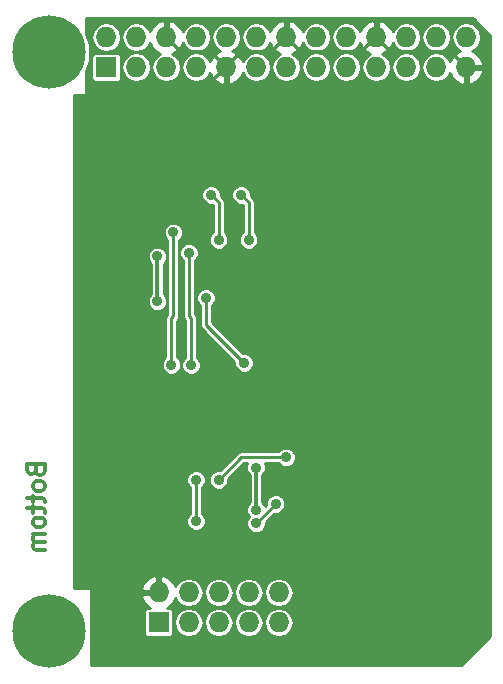
<source format=gbl>
G04 #@! TF.FileFunction,Copper,L2,Bot,Signal*
%FSLAX46Y46*%
G04 Gerber Fmt 4.6, Leading zero omitted, Abs format (unit mm)*
G04 Created by KiCad (PCBNEW 4.0.5) date 04/15/17 13:19:52*
%MOMM*%
%LPD*%
G01*
G04 APERTURE LIST*
%ADD10C,0.100000*%
%ADD11C,0.300000*%
%ADD12R,1.727200X1.727200*%
%ADD13O,1.727200X1.727200*%
%ADD14C,6.200000*%
%ADD15C,0.889000*%
%ADD16C,0.304800*%
%ADD17C,0.254000*%
G04 APERTURE END LIST*
D10*
D11*
X31392857Y-60892857D02*
X31464286Y-61107143D01*
X31535714Y-61178571D01*
X31678571Y-61250000D01*
X31892857Y-61250000D01*
X32035714Y-61178571D01*
X32107143Y-61107143D01*
X32178571Y-60964285D01*
X32178571Y-60392857D01*
X30678571Y-60392857D01*
X30678571Y-60892857D01*
X30750000Y-61035714D01*
X30821429Y-61107143D01*
X30964286Y-61178571D01*
X31107143Y-61178571D01*
X31250000Y-61107143D01*
X31321429Y-61035714D01*
X31392857Y-60892857D01*
X31392857Y-60392857D01*
X32178571Y-62107143D02*
X32107143Y-61964285D01*
X32035714Y-61892857D01*
X31892857Y-61821428D01*
X31464286Y-61821428D01*
X31321429Y-61892857D01*
X31250000Y-61964285D01*
X31178571Y-62107143D01*
X31178571Y-62321428D01*
X31250000Y-62464285D01*
X31321429Y-62535714D01*
X31464286Y-62607143D01*
X31892857Y-62607143D01*
X32035714Y-62535714D01*
X32107143Y-62464285D01*
X32178571Y-62321428D01*
X32178571Y-62107143D01*
X31178571Y-63035714D02*
X31178571Y-63607143D01*
X30678571Y-63250000D02*
X31964286Y-63250000D01*
X32107143Y-63321428D01*
X32178571Y-63464286D01*
X32178571Y-63607143D01*
X31178571Y-63892857D02*
X31178571Y-64464286D01*
X30678571Y-64107143D02*
X31964286Y-64107143D01*
X32107143Y-64178571D01*
X32178571Y-64321429D01*
X32178571Y-64464286D01*
X32178571Y-65178572D02*
X32107143Y-65035714D01*
X32035714Y-64964286D01*
X31892857Y-64892857D01*
X31464286Y-64892857D01*
X31321429Y-64964286D01*
X31250000Y-65035714D01*
X31178571Y-65178572D01*
X31178571Y-65392857D01*
X31250000Y-65535714D01*
X31321429Y-65607143D01*
X31464286Y-65678572D01*
X31892857Y-65678572D01*
X32035714Y-65607143D01*
X32107143Y-65535714D01*
X32178571Y-65392857D01*
X32178571Y-65178572D01*
X32178571Y-66321429D02*
X31178571Y-66321429D01*
X31321429Y-66321429D02*
X31250000Y-66392857D01*
X31178571Y-66535715D01*
X31178571Y-66750000D01*
X31250000Y-66892857D01*
X31392857Y-66964286D01*
X32178571Y-66964286D01*
X31392857Y-66964286D02*
X31250000Y-67035715D01*
X31178571Y-67178572D01*
X31178571Y-67392857D01*
X31250000Y-67535715D01*
X31392857Y-67607143D01*
X32178571Y-67607143D01*
D12*
X41815000Y-73760000D03*
D13*
X41815000Y-71220000D03*
X44355000Y-73760000D03*
X44355000Y-71220000D03*
X46895000Y-73760000D03*
X46895000Y-71220000D03*
X49435000Y-73760000D03*
X49435000Y-71220000D03*
X51975000Y-73760000D03*
X51975000Y-71220000D03*
D14*
X32500000Y-74500000D03*
D12*
X37370000Y-26770000D03*
D13*
X37370000Y-24230000D03*
X39910000Y-26770000D03*
X39910000Y-24230000D03*
X42450000Y-26770000D03*
X42450000Y-24230000D03*
X44990000Y-26770000D03*
X44990000Y-24230000D03*
X47530000Y-26770000D03*
X47530000Y-24230000D03*
X50070000Y-26770000D03*
X50070000Y-24230000D03*
X52610000Y-26770000D03*
X52610000Y-24230000D03*
X55150000Y-26770000D03*
X55150000Y-24230000D03*
X57690000Y-26770000D03*
X57690000Y-24230000D03*
X60230000Y-26770000D03*
X60230000Y-24230000D03*
X62770000Y-26770000D03*
X62770000Y-24230000D03*
X65310000Y-26770000D03*
X65310000Y-24230000D03*
X67850000Y-26770000D03*
X67850000Y-24230000D03*
D14*
X32500000Y-25500000D03*
D15*
X50071313Y-60681935D03*
X50070000Y-64235000D03*
X52894832Y-51154000D03*
X58325000Y-52170000D03*
X58325000Y-56615000D03*
X43720000Y-64235000D03*
X38005000Y-44550000D03*
X46264380Y-37565380D03*
X46895000Y-41375000D03*
X48804380Y-37565380D03*
X49435000Y-41375000D03*
X42888831Y-51952407D03*
X43053044Y-40748634D03*
X44567017Y-51982482D03*
X44405452Y-42469854D03*
X52603118Y-59791841D03*
X46895000Y-61695000D03*
X51721000Y-63727000D03*
X45819380Y-46292575D03*
X49053579Y-51788579D03*
X50070000Y-65378000D03*
X44993551Y-65183722D03*
X44990000Y-61695000D03*
X41700000Y-42780000D03*
X41700000Y-46590000D03*
D16*
X50070000Y-60683248D02*
X50071313Y-60681935D01*
X50070000Y-64235000D02*
X50070000Y-60683248D01*
X38005000Y-44550000D02*
X38005000Y-36295000D01*
X38005000Y-36295000D02*
X47530000Y-26770000D01*
X52868380Y-52170000D02*
X51334760Y-52170000D01*
X58325000Y-52170000D02*
X52868380Y-52170000D01*
X52868380Y-52170000D02*
X52894832Y-52143548D01*
X52894832Y-52143548D02*
X52894832Y-51154000D01*
X51334760Y-52170000D02*
X43720000Y-59784760D01*
X43720000Y-59784760D02*
X43720000Y-59790000D01*
X58325000Y-52170000D02*
X58325000Y-56615000D01*
X38005000Y-54075000D02*
X38005000Y-44550000D01*
X43720000Y-59790000D02*
X38005000Y-54075000D01*
X43720000Y-64235000D02*
X43720000Y-59790000D01*
X42450000Y-24230000D02*
X43718249Y-25498249D01*
X43718249Y-25498249D02*
X46258249Y-25498249D01*
X46258249Y-25498249D02*
X47530000Y-26770000D01*
X47530000Y-26770000D02*
X48794783Y-25505217D01*
X48794783Y-25505217D02*
X51334783Y-25505217D01*
X51334783Y-25505217D02*
X52610000Y-24230000D01*
X52610000Y-24230000D02*
X53869324Y-25489324D01*
X53869324Y-25489324D02*
X58970676Y-25489324D01*
X58970676Y-25489324D02*
X60230000Y-24230000D01*
X60230000Y-24230000D02*
X61503338Y-25503338D01*
X61503338Y-25503338D02*
X66583338Y-25503338D01*
X66583338Y-25503338D02*
X67850000Y-26770000D01*
D17*
X46264380Y-37565380D02*
X46895000Y-38196000D01*
X46895000Y-38196000D02*
X46895000Y-41375000D01*
X49435000Y-41375000D02*
X49435000Y-38196000D01*
X49435000Y-38196000D02*
X48804380Y-37565380D01*
X42888831Y-48024213D02*
X42888831Y-51952407D01*
X43053044Y-47860000D02*
X43053044Y-40748634D01*
X42888831Y-48024213D02*
X43053044Y-47860000D01*
X44567017Y-48021565D02*
X44567017Y-51982482D01*
X44405452Y-47860000D02*
X44405452Y-42469854D01*
X44567017Y-48021565D02*
X44405452Y-47860000D01*
X52603118Y-59791841D02*
X48798159Y-59791841D01*
X46895000Y-61695000D02*
X48798159Y-59791841D01*
X45819380Y-48554380D02*
X45819380Y-46292575D01*
X49053579Y-51788579D02*
X45819380Y-48554380D01*
X50070000Y-65378000D02*
X51721000Y-63727000D01*
X44990000Y-65180171D02*
X44993551Y-65183722D01*
X44990000Y-61695000D02*
X44990000Y-65180171D01*
D16*
X41700000Y-46590000D02*
X41700000Y-42780000D01*
D17*
G36*
X68470128Y-22657904D02*
X68494750Y-22674356D01*
X69825644Y-24005250D01*
X69842096Y-24029872D01*
X69873000Y-24185237D01*
X69873000Y-74947394D01*
X67447394Y-77373000D01*
X36127000Y-77373000D01*
X36127000Y-71579026D01*
X40360042Y-71579026D01*
X40532312Y-71994947D01*
X40926510Y-72426821D01*
X41099582Y-72507936D01*
X40951400Y-72507936D01*
X40810210Y-72534503D01*
X40680535Y-72617946D01*
X40593541Y-72745266D01*
X40562936Y-72896400D01*
X40562936Y-74623600D01*
X40589503Y-74764790D01*
X40672946Y-74894465D01*
X40800266Y-74981459D01*
X40951400Y-75012064D01*
X42678600Y-75012064D01*
X42819790Y-74985497D01*
X42949465Y-74902054D01*
X43036459Y-74774734D01*
X43067064Y-74623600D01*
X43067064Y-73760000D01*
X43086017Y-73760000D01*
X43180757Y-74236288D01*
X43450552Y-74640065D01*
X43854329Y-74909860D01*
X44330617Y-75004600D01*
X44379383Y-75004600D01*
X44855671Y-74909860D01*
X45259448Y-74640065D01*
X45529243Y-74236288D01*
X45623983Y-73760000D01*
X45626017Y-73760000D01*
X45720757Y-74236288D01*
X45990552Y-74640065D01*
X46394329Y-74909860D01*
X46870617Y-75004600D01*
X46919383Y-75004600D01*
X47395671Y-74909860D01*
X47799448Y-74640065D01*
X48069243Y-74236288D01*
X48163983Y-73760000D01*
X48166017Y-73760000D01*
X48260757Y-74236288D01*
X48530552Y-74640065D01*
X48934329Y-74909860D01*
X49410617Y-75004600D01*
X49459383Y-75004600D01*
X49935671Y-74909860D01*
X50339448Y-74640065D01*
X50609243Y-74236288D01*
X50703983Y-73760000D01*
X50706017Y-73760000D01*
X50800757Y-74236288D01*
X51070552Y-74640065D01*
X51474329Y-74909860D01*
X51950617Y-75004600D01*
X51999383Y-75004600D01*
X52475671Y-74909860D01*
X52879448Y-74640065D01*
X53149243Y-74236288D01*
X53243983Y-73760000D01*
X53149243Y-73283712D01*
X52879448Y-72879935D01*
X52475671Y-72610140D01*
X51999383Y-72515400D01*
X51950617Y-72515400D01*
X51474329Y-72610140D01*
X51070552Y-72879935D01*
X50800757Y-73283712D01*
X50706017Y-73760000D01*
X50703983Y-73760000D01*
X50609243Y-73283712D01*
X50339448Y-72879935D01*
X49935671Y-72610140D01*
X49459383Y-72515400D01*
X49410617Y-72515400D01*
X48934329Y-72610140D01*
X48530552Y-72879935D01*
X48260757Y-73283712D01*
X48166017Y-73760000D01*
X48163983Y-73760000D01*
X48069243Y-73283712D01*
X47799448Y-72879935D01*
X47395671Y-72610140D01*
X46919383Y-72515400D01*
X46870617Y-72515400D01*
X46394329Y-72610140D01*
X45990552Y-72879935D01*
X45720757Y-73283712D01*
X45626017Y-73760000D01*
X45623983Y-73760000D01*
X45529243Y-73283712D01*
X45259448Y-72879935D01*
X44855671Y-72610140D01*
X44379383Y-72515400D01*
X44330617Y-72515400D01*
X43854329Y-72610140D01*
X43450552Y-72879935D01*
X43180757Y-73283712D01*
X43086017Y-73760000D01*
X43067064Y-73760000D01*
X43067064Y-72896400D01*
X43040497Y-72755210D01*
X42957054Y-72625535D01*
X42829734Y-72538541D01*
X42678600Y-72507936D01*
X42530418Y-72507936D01*
X42703490Y-72426821D01*
X43097688Y-71994947D01*
X43205841Y-71733828D01*
X43450552Y-72100065D01*
X43854329Y-72369860D01*
X44330617Y-72464600D01*
X44379383Y-72464600D01*
X44855671Y-72369860D01*
X45259448Y-72100065D01*
X45529243Y-71696288D01*
X45623983Y-71220000D01*
X45626017Y-71220000D01*
X45720757Y-71696288D01*
X45990552Y-72100065D01*
X46394329Y-72369860D01*
X46870617Y-72464600D01*
X46919383Y-72464600D01*
X47395671Y-72369860D01*
X47799448Y-72100065D01*
X48069243Y-71696288D01*
X48163983Y-71220000D01*
X48166017Y-71220000D01*
X48260757Y-71696288D01*
X48530552Y-72100065D01*
X48934329Y-72369860D01*
X49410617Y-72464600D01*
X49459383Y-72464600D01*
X49935671Y-72369860D01*
X50339448Y-72100065D01*
X50609243Y-71696288D01*
X50703983Y-71220000D01*
X50706017Y-71220000D01*
X50800757Y-71696288D01*
X51070552Y-72100065D01*
X51474329Y-72369860D01*
X51950617Y-72464600D01*
X51999383Y-72464600D01*
X52475671Y-72369860D01*
X52879448Y-72100065D01*
X53149243Y-71696288D01*
X53243983Y-71220000D01*
X53149243Y-70743712D01*
X52879448Y-70339935D01*
X52475671Y-70070140D01*
X51999383Y-69975400D01*
X51950617Y-69975400D01*
X51474329Y-70070140D01*
X51070552Y-70339935D01*
X50800757Y-70743712D01*
X50706017Y-71220000D01*
X50703983Y-71220000D01*
X50609243Y-70743712D01*
X50339448Y-70339935D01*
X49935671Y-70070140D01*
X49459383Y-69975400D01*
X49410617Y-69975400D01*
X48934329Y-70070140D01*
X48530552Y-70339935D01*
X48260757Y-70743712D01*
X48166017Y-71220000D01*
X48163983Y-71220000D01*
X48069243Y-70743712D01*
X47799448Y-70339935D01*
X47395671Y-70070140D01*
X46919383Y-69975400D01*
X46870617Y-69975400D01*
X46394329Y-70070140D01*
X45990552Y-70339935D01*
X45720757Y-70743712D01*
X45626017Y-71220000D01*
X45623983Y-71220000D01*
X45529243Y-70743712D01*
X45259448Y-70339935D01*
X44855671Y-70070140D01*
X44379383Y-69975400D01*
X44330617Y-69975400D01*
X43854329Y-70070140D01*
X43450552Y-70339935D01*
X43205841Y-70706172D01*
X43097688Y-70445053D01*
X42703490Y-70013179D01*
X42174027Y-69765032D01*
X41942000Y-69885531D01*
X41942000Y-71093000D01*
X41962000Y-71093000D01*
X41962000Y-71347000D01*
X41942000Y-71347000D01*
X41942000Y-71367000D01*
X41688000Y-71367000D01*
X41688000Y-71347000D01*
X40481183Y-71347000D01*
X40360042Y-71579026D01*
X36127000Y-71579026D01*
X36127000Y-71000000D01*
X36116994Y-70950590D01*
X36088553Y-70908965D01*
X36046159Y-70881685D01*
X36000000Y-70873000D01*
X34627000Y-70873000D01*
X34627000Y-70860974D01*
X40360042Y-70860974D01*
X40481183Y-71093000D01*
X41688000Y-71093000D01*
X41688000Y-69885531D01*
X41455973Y-69765032D01*
X40926510Y-70013179D01*
X40532312Y-70445053D01*
X40360042Y-70860974D01*
X34627000Y-70860974D01*
X34627000Y-61858482D01*
X44164357Y-61858482D01*
X44289767Y-62161998D01*
X44482000Y-62354567D01*
X44482000Y-64527964D01*
X44294134Y-64715503D01*
X44168194Y-65018799D01*
X44167908Y-65347204D01*
X44293318Y-65650720D01*
X44525332Y-65883139D01*
X44828628Y-66009079D01*
X45157033Y-66009365D01*
X45460549Y-65883955D01*
X45692968Y-65651941D01*
X45818908Y-65348645D01*
X45819194Y-65020240D01*
X45693784Y-64716724D01*
X45498000Y-64520598D01*
X45498000Y-62354302D01*
X45689417Y-62163219D01*
X45815357Y-61859923D01*
X45815358Y-61858482D01*
X46069357Y-61858482D01*
X46194767Y-62161998D01*
X46426781Y-62394417D01*
X46730077Y-62520357D01*
X47058482Y-62520643D01*
X47361998Y-62395233D01*
X47594417Y-62163219D01*
X47720357Y-61859923D01*
X47720594Y-61587826D01*
X49008579Y-60299841D01*
X49336134Y-60299841D01*
X49245956Y-60517012D01*
X49245670Y-60845417D01*
X49371080Y-61148933D01*
X49536600Y-61314742D01*
X49536600Y-63601053D01*
X49370583Y-63766781D01*
X49244643Y-64070077D01*
X49244357Y-64398482D01*
X49369767Y-64701998D01*
X49474066Y-64806479D01*
X49370583Y-64909781D01*
X49244643Y-65213077D01*
X49244357Y-65541482D01*
X49369767Y-65844998D01*
X49601781Y-66077417D01*
X49905077Y-66203357D01*
X50233482Y-66203643D01*
X50536998Y-66078233D01*
X50769417Y-65846219D01*
X50895357Y-65542923D01*
X50895594Y-65270826D01*
X51614013Y-64552407D01*
X51884482Y-64552643D01*
X52187998Y-64427233D01*
X52420417Y-64195219D01*
X52546357Y-63891923D01*
X52546643Y-63563518D01*
X52421233Y-63260002D01*
X52189219Y-63027583D01*
X51885923Y-62901643D01*
X51557518Y-62901357D01*
X51254002Y-63026767D01*
X51021583Y-63258781D01*
X50895643Y-63562077D01*
X50895406Y-63834173D01*
X50826179Y-63903401D01*
X50770233Y-63768002D01*
X50603400Y-63600878D01*
X50603400Y-61317192D01*
X50770730Y-61150154D01*
X50896670Y-60846858D01*
X50896956Y-60518453D01*
X50806628Y-60299841D01*
X51943816Y-60299841D01*
X52134899Y-60491258D01*
X52438195Y-60617198D01*
X52766600Y-60617484D01*
X53070116Y-60492074D01*
X53302535Y-60260060D01*
X53428475Y-59956764D01*
X53428761Y-59628359D01*
X53303351Y-59324843D01*
X53071337Y-59092424D01*
X52768041Y-58966484D01*
X52439636Y-58966198D01*
X52136120Y-59091608D01*
X51943551Y-59283841D01*
X48798159Y-59283841D01*
X48636009Y-59316095D01*
X48603755Y-59322510D01*
X48438949Y-59432631D01*
X47001987Y-60869593D01*
X46731518Y-60869357D01*
X46428002Y-60994767D01*
X46195583Y-61226781D01*
X46069643Y-61530077D01*
X46069357Y-61858482D01*
X45815358Y-61858482D01*
X45815643Y-61531518D01*
X45690233Y-61228002D01*
X45458219Y-60995583D01*
X45154923Y-60869643D01*
X44826518Y-60869357D01*
X44523002Y-60994767D01*
X44290583Y-61226781D01*
X44164643Y-61530077D01*
X44164357Y-61858482D01*
X34627000Y-61858482D01*
X34627000Y-52115889D01*
X42063188Y-52115889D01*
X42188598Y-52419405D01*
X42420612Y-52651824D01*
X42723908Y-52777764D01*
X43052313Y-52778050D01*
X43355829Y-52652640D01*
X43588248Y-52420626D01*
X43714188Y-52117330D01*
X43714474Y-51788925D01*
X43589064Y-51485409D01*
X43396831Y-51292840D01*
X43396831Y-48234633D01*
X43412254Y-48219210D01*
X43522375Y-48054404D01*
X43528907Y-48021565D01*
X43561044Y-47860000D01*
X43561044Y-42633336D01*
X43579809Y-42633336D01*
X43705219Y-42936852D01*
X43897452Y-43129421D01*
X43897452Y-47860000D01*
X43936121Y-48054403D01*
X44046242Y-48219210D01*
X44059017Y-48231985D01*
X44059017Y-51323180D01*
X43867600Y-51514263D01*
X43741660Y-51817559D01*
X43741374Y-52145964D01*
X43866784Y-52449480D01*
X44098798Y-52681899D01*
X44402094Y-52807839D01*
X44730499Y-52808125D01*
X45034015Y-52682715D01*
X45266434Y-52450701D01*
X45392374Y-52147405D01*
X45392660Y-51819000D01*
X45267250Y-51515484D01*
X45075017Y-51322915D01*
X45075017Y-48021565D01*
X45036348Y-47827162D01*
X45036348Y-47827161D01*
X44926227Y-47662354D01*
X44913452Y-47649579D01*
X44913452Y-46456057D01*
X44993737Y-46456057D01*
X45119147Y-46759573D01*
X45311380Y-46952142D01*
X45311380Y-48554380D01*
X45350049Y-48748783D01*
X45460170Y-48913590D01*
X48228172Y-51681592D01*
X48227936Y-51952061D01*
X48353346Y-52255577D01*
X48585360Y-52487996D01*
X48888656Y-52613936D01*
X49217061Y-52614222D01*
X49520577Y-52488812D01*
X49752996Y-52256798D01*
X49878936Y-51953502D01*
X49879222Y-51625097D01*
X49753812Y-51321581D01*
X49521798Y-51089162D01*
X49218502Y-50963222D01*
X48946405Y-50962985D01*
X46327380Y-48343960D01*
X46327380Y-46951877D01*
X46518797Y-46760794D01*
X46644737Y-46457498D01*
X46645023Y-46129093D01*
X46519613Y-45825577D01*
X46287599Y-45593158D01*
X45984303Y-45467218D01*
X45655898Y-45466932D01*
X45352382Y-45592342D01*
X45119963Y-45824356D01*
X44994023Y-46127652D01*
X44993737Y-46456057D01*
X44913452Y-46456057D01*
X44913452Y-43129156D01*
X45104869Y-42938073D01*
X45230809Y-42634777D01*
X45231095Y-42306372D01*
X45105685Y-42002856D01*
X44873671Y-41770437D01*
X44570375Y-41644497D01*
X44241970Y-41644211D01*
X43938454Y-41769621D01*
X43706035Y-42001635D01*
X43580095Y-42304931D01*
X43579809Y-42633336D01*
X43561044Y-42633336D01*
X43561044Y-41407936D01*
X43752461Y-41216853D01*
X43878401Y-40913557D01*
X43878687Y-40585152D01*
X43753277Y-40281636D01*
X43521263Y-40049217D01*
X43217967Y-39923277D01*
X42889562Y-39922991D01*
X42586046Y-40048401D01*
X42353627Y-40280415D01*
X42227687Y-40583711D01*
X42227401Y-40912116D01*
X42352811Y-41215632D01*
X42545044Y-41408201D01*
X42545044Y-47649580D01*
X42529621Y-47665003D01*
X42419500Y-47829810D01*
X42380831Y-48024213D01*
X42380831Y-51293105D01*
X42189414Y-51484188D01*
X42063474Y-51787484D01*
X42063188Y-52115889D01*
X34627000Y-52115889D01*
X34627000Y-42943482D01*
X40874357Y-42943482D01*
X40999767Y-43246998D01*
X41166600Y-43414122D01*
X41166600Y-45956053D01*
X41000583Y-46121781D01*
X40874643Y-46425077D01*
X40874357Y-46753482D01*
X40999767Y-47056998D01*
X41231781Y-47289417D01*
X41535077Y-47415357D01*
X41863482Y-47415643D01*
X42166998Y-47290233D01*
X42399417Y-47058219D01*
X42525357Y-46754923D01*
X42525643Y-46426518D01*
X42400233Y-46123002D01*
X42233400Y-45955878D01*
X42233400Y-43413947D01*
X42399417Y-43248219D01*
X42525357Y-42944923D01*
X42525643Y-42616518D01*
X42400233Y-42313002D01*
X42168219Y-42080583D01*
X41864923Y-41954643D01*
X41536518Y-41954357D01*
X41233002Y-42079767D01*
X41000583Y-42311781D01*
X40874643Y-42615077D01*
X40874357Y-42943482D01*
X34627000Y-42943482D01*
X34627000Y-37728862D01*
X45438737Y-37728862D01*
X45564147Y-38032378D01*
X45796161Y-38264797D01*
X46099457Y-38390737D01*
X46371554Y-38390974D01*
X46387000Y-38406420D01*
X46387000Y-40715698D01*
X46195583Y-40906781D01*
X46069643Y-41210077D01*
X46069357Y-41538482D01*
X46194767Y-41841998D01*
X46426781Y-42074417D01*
X46730077Y-42200357D01*
X47058482Y-42200643D01*
X47361998Y-42075233D01*
X47594417Y-41843219D01*
X47720357Y-41539923D01*
X47720643Y-41211518D01*
X47595233Y-40908002D01*
X47403000Y-40715433D01*
X47403000Y-38196000D01*
X47364331Y-38001597D01*
X47364331Y-38001596D01*
X47254210Y-37836790D01*
X47146282Y-37728862D01*
X47978737Y-37728862D01*
X48104147Y-38032378D01*
X48336161Y-38264797D01*
X48639457Y-38390737D01*
X48911554Y-38390974D01*
X48927000Y-38406420D01*
X48927000Y-40715698D01*
X48735583Y-40906781D01*
X48609643Y-41210077D01*
X48609357Y-41538482D01*
X48734767Y-41841998D01*
X48966781Y-42074417D01*
X49270077Y-42200357D01*
X49598482Y-42200643D01*
X49901998Y-42075233D01*
X50134417Y-41843219D01*
X50260357Y-41539923D01*
X50260643Y-41211518D01*
X50135233Y-40908002D01*
X49943000Y-40715433D01*
X49943000Y-38196000D01*
X49904331Y-38001597D01*
X49904331Y-38001596D01*
X49794210Y-37836790D01*
X49629787Y-37672367D01*
X49630023Y-37401898D01*
X49504613Y-37098382D01*
X49272599Y-36865963D01*
X48969303Y-36740023D01*
X48640898Y-36739737D01*
X48337382Y-36865147D01*
X48104963Y-37097161D01*
X47979023Y-37400457D01*
X47978737Y-37728862D01*
X47146282Y-37728862D01*
X47089787Y-37672367D01*
X47090023Y-37401898D01*
X46964613Y-37098382D01*
X46732599Y-36865963D01*
X46429303Y-36740023D01*
X46100898Y-36739737D01*
X45797382Y-36865147D01*
X45564963Y-37097161D01*
X45439023Y-37400457D01*
X45438737Y-37728862D01*
X34627000Y-37728862D01*
X34627000Y-29127000D01*
X35500000Y-29127000D01*
X35549410Y-29116994D01*
X35591035Y-29088553D01*
X35618315Y-29046159D01*
X35627000Y-29000000D01*
X35627000Y-27046521D01*
X35980395Y-26195451D01*
X35980647Y-25906400D01*
X36117936Y-25906400D01*
X36117936Y-27633600D01*
X36144503Y-27774790D01*
X36227946Y-27904465D01*
X36355266Y-27991459D01*
X36506400Y-28022064D01*
X38233600Y-28022064D01*
X38374790Y-27995497D01*
X38504465Y-27912054D01*
X38591459Y-27784734D01*
X38622064Y-27633600D01*
X38622064Y-26745617D01*
X38665400Y-26745617D01*
X38665400Y-26794383D01*
X38760140Y-27270671D01*
X39029935Y-27674448D01*
X39433712Y-27944243D01*
X39910000Y-28038983D01*
X40386288Y-27944243D01*
X40790065Y-27674448D01*
X41059860Y-27270671D01*
X41154600Y-26794383D01*
X41154600Y-26745617D01*
X41059860Y-26269329D01*
X40790065Y-25865552D01*
X40386288Y-25595757D01*
X39910000Y-25501017D01*
X39433712Y-25595757D01*
X39029935Y-25865552D01*
X38760140Y-26269329D01*
X38665400Y-26745617D01*
X38622064Y-26745617D01*
X38622064Y-25906400D01*
X38595497Y-25765210D01*
X38512054Y-25635535D01*
X38384734Y-25548541D01*
X38233600Y-25517936D01*
X36506400Y-25517936D01*
X36365210Y-25544503D01*
X36235535Y-25627946D01*
X36148541Y-25755266D01*
X36117936Y-25906400D01*
X35980647Y-25906400D01*
X35981603Y-24810624D01*
X35731620Y-24205617D01*
X36125400Y-24205617D01*
X36125400Y-24254383D01*
X36220140Y-24730671D01*
X36489935Y-25134448D01*
X36893712Y-25404243D01*
X37370000Y-25498983D01*
X37846288Y-25404243D01*
X38250065Y-25134448D01*
X38519860Y-24730671D01*
X38614600Y-24254383D01*
X38614600Y-24205617D01*
X38665400Y-24205617D01*
X38665400Y-24254383D01*
X38760140Y-24730671D01*
X39029935Y-25134448D01*
X39433712Y-25404243D01*
X39910000Y-25498983D01*
X40386288Y-25404243D01*
X40790065Y-25134448D01*
X41059860Y-24730671D01*
X41060324Y-24728338D01*
X41243179Y-25118490D01*
X41675053Y-25512688D01*
X41936172Y-25620841D01*
X41569935Y-25865552D01*
X41300140Y-26269329D01*
X41205400Y-26745617D01*
X41205400Y-26794383D01*
X41300140Y-27270671D01*
X41569935Y-27674448D01*
X41973712Y-27944243D01*
X42450000Y-28038983D01*
X42926288Y-27944243D01*
X43330065Y-27674448D01*
X43599860Y-27270671D01*
X43694600Y-26794383D01*
X43694600Y-26745617D01*
X43745400Y-26745617D01*
X43745400Y-26794383D01*
X43840140Y-27270671D01*
X44109935Y-27674448D01*
X44513712Y-27944243D01*
X44990000Y-28038983D01*
X45466288Y-27944243D01*
X45870065Y-27674448D01*
X46139860Y-27270671D01*
X46140324Y-27268338D01*
X46323179Y-27658490D01*
X46755053Y-28052688D01*
X47170974Y-28224958D01*
X47403000Y-28103817D01*
X47403000Y-26897000D01*
X47383000Y-26897000D01*
X47383000Y-26643000D01*
X47403000Y-26643000D01*
X47403000Y-26623000D01*
X47657000Y-26623000D01*
X47657000Y-26643000D01*
X47677000Y-26643000D01*
X47677000Y-26897000D01*
X47657000Y-26897000D01*
X47657000Y-28103817D01*
X47889026Y-28224958D01*
X48304947Y-28052688D01*
X48736821Y-27658490D01*
X48919676Y-27268338D01*
X48920140Y-27270671D01*
X49189935Y-27674448D01*
X49593712Y-27944243D01*
X50070000Y-28038983D01*
X50546288Y-27944243D01*
X50950065Y-27674448D01*
X51219860Y-27270671D01*
X51314600Y-26794383D01*
X51314600Y-26745617D01*
X51219860Y-26269329D01*
X50950065Y-25865552D01*
X50546288Y-25595757D01*
X50070000Y-25501017D01*
X49593712Y-25595757D01*
X49189935Y-25865552D01*
X48920140Y-26269329D01*
X48919676Y-26271662D01*
X48736821Y-25881510D01*
X48304947Y-25487312D01*
X48043828Y-25379159D01*
X48410065Y-25134448D01*
X48679860Y-24730671D01*
X48774600Y-24254383D01*
X48774600Y-24205617D01*
X48825400Y-24205617D01*
X48825400Y-24254383D01*
X48920140Y-24730671D01*
X49189935Y-25134448D01*
X49593712Y-25404243D01*
X50070000Y-25498983D01*
X50546288Y-25404243D01*
X50950065Y-25134448D01*
X51219860Y-24730671D01*
X51220324Y-24728338D01*
X51403179Y-25118490D01*
X51835053Y-25512688D01*
X52096172Y-25620841D01*
X51729935Y-25865552D01*
X51460140Y-26269329D01*
X51365400Y-26745617D01*
X51365400Y-26794383D01*
X51460140Y-27270671D01*
X51729935Y-27674448D01*
X52133712Y-27944243D01*
X52610000Y-28038983D01*
X53086288Y-27944243D01*
X53490065Y-27674448D01*
X53759860Y-27270671D01*
X53854600Y-26794383D01*
X53854600Y-26745617D01*
X53905400Y-26745617D01*
X53905400Y-26794383D01*
X54000140Y-27270671D01*
X54269935Y-27674448D01*
X54673712Y-27944243D01*
X55150000Y-28038983D01*
X55626288Y-27944243D01*
X56030065Y-27674448D01*
X56299860Y-27270671D01*
X56394600Y-26794383D01*
X56394600Y-26745617D01*
X56445400Y-26745617D01*
X56445400Y-26794383D01*
X56540140Y-27270671D01*
X56809935Y-27674448D01*
X57213712Y-27944243D01*
X57690000Y-28038983D01*
X58166288Y-27944243D01*
X58570065Y-27674448D01*
X58839860Y-27270671D01*
X58934600Y-26794383D01*
X58934600Y-26745617D01*
X58839860Y-26269329D01*
X58570065Y-25865552D01*
X58166288Y-25595757D01*
X57690000Y-25501017D01*
X57213712Y-25595757D01*
X56809935Y-25865552D01*
X56540140Y-26269329D01*
X56445400Y-26745617D01*
X56394600Y-26745617D01*
X56299860Y-26269329D01*
X56030065Y-25865552D01*
X55626288Y-25595757D01*
X55150000Y-25501017D01*
X54673712Y-25595757D01*
X54269935Y-25865552D01*
X54000140Y-26269329D01*
X53905400Y-26745617D01*
X53854600Y-26745617D01*
X53759860Y-26269329D01*
X53490065Y-25865552D01*
X53123828Y-25620841D01*
X53384947Y-25512688D01*
X53816821Y-25118490D01*
X53999676Y-24728338D01*
X54000140Y-24730671D01*
X54269935Y-25134448D01*
X54673712Y-25404243D01*
X55150000Y-25498983D01*
X55626288Y-25404243D01*
X56030065Y-25134448D01*
X56299860Y-24730671D01*
X56394600Y-24254383D01*
X56394600Y-24205617D01*
X56445400Y-24205617D01*
X56445400Y-24254383D01*
X56540140Y-24730671D01*
X56809935Y-25134448D01*
X57213712Y-25404243D01*
X57690000Y-25498983D01*
X58166288Y-25404243D01*
X58570065Y-25134448D01*
X58839860Y-24730671D01*
X58840324Y-24728338D01*
X59023179Y-25118490D01*
X59455053Y-25512688D01*
X59716172Y-25620841D01*
X59349935Y-25865552D01*
X59080140Y-26269329D01*
X58985400Y-26745617D01*
X58985400Y-26794383D01*
X59080140Y-27270671D01*
X59349935Y-27674448D01*
X59753712Y-27944243D01*
X60230000Y-28038983D01*
X60706288Y-27944243D01*
X61110065Y-27674448D01*
X61379860Y-27270671D01*
X61474600Y-26794383D01*
X61474600Y-26745617D01*
X61525400Y-26745617D01*
X61525400Y-26794383D01*
X61620140Y-27270671D01*
X61889935Y-27674448D01*
X62293712Y-27944243D01*
X62770000Y-28038983D01*
X63246288Y-27944243D01*
X63650065Y-27674448D01*
X63919860Y-27270671D01*
X64014600Y-26794383D01*
X64014600Y-26745617D01*
X64065400Y-26745617D01*
X64065400Y-26794383D01*
X64160140Y-27270671D01*
X64429935Y-27674448D01*
X64833712Y-27944243D01*
X65310000Y-28038983D01*
X65786288Y-27944243D01*
X66190065Y-27674448D01*
X66459860Y-27270671D01*
X66460324Y-27268338D01*
X66643179Y-27658490D01*
X67075053Y-28052688D01*
X67490974Y-28224958D01*
X67723000Y-28103817D01*
X67723000Y-26897000D01*
X67977000Y-26897000D01*
X67977000Y-28103817D01*
X68209026Y-28224958D01*
X68624947Y-28052688D01*
X69056821Y-27658490D01*
X69304968Y-27129027D01*
X69184469Y-26897000D01*
X67977000Y-26897000D01*
X67723000Y-26897000D01*
X67703000Y-26897000D01*
X67703000Y-26643000D01*
X67723000Y-26643000D01*
X67723000Y-26623000D01*
X67977000Y-26623000D01*
X67977000Y-26643000D01*
X69184469Y-26643000D01*
X69304968Y-26410973D01*
X69056821Y-25881510D01*
X68624947Y-25487312D01*
X68363828Y-25379159D01*
X68730065Y-25134448D01*
X68999860Y-24730671D01*
X69094600Y-24254383D01*
X69094600Y-24205617D01*
X68999860Y-23729329D01*
X68730065Y-23325552D01*
X68326288Y-23055757D01*
X67850000Y-22961017D01*
X67373712Y-23055757D01*
X66969935Y-23325552D01*
X66700140Y-23729329D01*
X66605400Y-24205617D01*
X66605400Y-24254383D01*
X66700140Y-24730671D01*
X66969935Y-25134448D01*
X67336172Y-25379159D01*
X67075053Y-25487312D01*
X66643179Y-25881510D01*
X66460324Y-26271662D01*
X66459860Y-26269329D01*
X66190065Y-25865552D01*
X65786288Y-25595757D01*
X65310000Y-25501017D01*
X64833712Y-25595757D01*
X64429935Y-25865552D01*
X64160140Y-26269329D01*
X64065400Y-26745617D01*
X64014600Y-26745617D01*
X63919860Y-26269329D01*
X63650065Y-25865552D01*
X63246288Y-25595757D01*
X62770000Y-25501017D01*
X62293712Y-25595757D01*
X61889935Y-25865552D01*
X61620140Y-26269329D01*
X61525400Y-26745617D01*
X61474600Y-26745617D01*
X61379860Y-26269329D01*
X61110065Y-25865552D01*
X60743828Y-25620841D01*
X61004947Y-25512688D01*
X61436821Y-25118490D01*
X61619676Y-24728338D01*
X61620140Y-24730671D01*
X61889935Y-25134448D01*
X62293712Y-25404243D01*
X62770000Y-25498983D01*
X63246288Y-25404243D01*
X63650065Y-25134448D01*
X63919860Y-24730671D01*
X64014600Y-24254383D01*
X64014600Y-24205617D01*
X64065400Y-24205617D01*
X64065400Y-24254383D01*
X64160140Y-24730671D01*
X64429935Y-25134448D01*
X64833712Y-25404243D01*
X65310000Y-25498983D01*
X65786288Y-25404243D01*
X66190065Y-25134448D01*
X66459860Y-24730671D01*
X66554600Y-24254383D01*
X66554600Y-24205617D01*
X66459860Y-23729329D01*
X66190065Y-23325552D01*
X65786288Y-23055757D01*
X65310000Y-22961017D01*
X64833712Y-23055757D01*
X64429935Y-23325552D01*
X64160140Y-23729329D01*
X64065400Y-24205617D01*
X64014600Y-24205617D01*
X63919860Y-23729329D01*
X63650065Y-23325552D01*
X63246288Y-23055757D01*
X62770000Y-22961017D01*
X62293712Y-23055757D01*
X61889935Y-23325552D01*
X61620140Y-23729329D01*
X61619676Y-23731662D01*
X61436821Y-23341510D01*
X61004947Y-22947312D01*
X60589026Y-22775042D01*
X60357000Y-22896183D01*
X60357000Y-24103000D01*
X60377000Y-24103000D01*
X60377000Y-24357000D01*
X60357000Y-24357000D01*
X60357000Y-24377000D01*
X60103000Y-24377000D01*
X60103000Y-24357000D01*
X60083000Y-24357000D01*
X60083000Y-24103000D01*
X60103000Y-24103000D01*
X60103000Y-22896183D01*
X59870974Y-22775042D01*
X59455053Y-22947312D01*
X59023179Y-23341510D01*
X58840324Y-23731662D01*
X58839860Y-23729329D01*
X58570065Y-23325552D01*
X58166288Y-23055757D01*
X57690000Y-22961017D01*
X57213712Y-23055757D01*
X56809935Y-23325552D01*
X56540140Y-23729329D01*
X56445400Y-24205617D01*
X56394600Y-24205617D01*
X56299860Y-23729329D01*
X56030065Y-23325552D01*
X55626288Y-23055757D01*
X55150000Y-22961017D01*
X54673712Y-23055757D01*
X54269935Y-23325552D01*
X54000140Y-23729329D01*
X53999676Y-23731662D01*
X53816821Y-23341510D01*
X53384947Y-22947312D01*
X52969026Y-22775042D01*
X52737000Y-22896183D01*
X52737000Y-24103000D01*
X52757000Y-24103000D01*
X52757000Y-24357000D01*
X52737000Y-24357000D01*
X52737000Y-24377000D01*
X52483000Y-24377000D01*
X52483000Y-24357000D01*
X52463000Y-24357000D01*
X52463000Y-24103000D01*
X52483000Y-24103000D01*
X52483000Y-22896183D01*
X52250974Y-22775042D01*
X51835053Y-22947312D01*
X51403179Y-23341510D01*
X51220324Y-23731662D01*
X51219860Y-23729329D01*
X50950065Y-23325552D01*
X50546288Y-23055757D01*
X50070000Y-22961017D01*
X49593712Y-23055757D01*
X49189935Y-23325552D01*
X48920140Y-23729329D01*
X48825400Y-24205617D01*
X48774600Y-24205617D01*
X48679860Y-23729329D01*
X48410065Y-23325552D01*
X48006288Y-23055757D01*
X47530000Y-22961017D01*
X47053712Y-23055757D01*
X46649935Y-23325552D01*
X46380140Y-23729329D01*
X46285400Y-24205617D01*
X46285400Y-24254383D01*
X46380140Y-24730671D01*
X46649935Y-25134448D01*
X47016172Y-25379159D01*
X46755053Y-25487312D01*
X46323179Y-25881510D01*
X46140324Y-26271662D01*
X46139860Y-26269329D01*
X45870065Y-25865552D01*
X45466288Y-25595757D01*
X44990000Y-25501017D01*
X44513712Y-25595757D01*
X44109935Y-25865552D01*
X43840140Y-26269329D01*
X43745400Y-26745617D01*
X43694600Y-26745617D01*
X43599860Y-26269329D01*
X43330065Y-25865552D01*
X42963828Y-25620841D01*
X43224947Y-25512688D01*
X43656821Y-25118490D01*
X43839676Y-24728338D01*
X43840140Y-24730671D01*
X44109935Y-25134448D01*
X44513712Y-25404243D01*
X44990000Y-25498983D01*
X45466288Y-25404243D01*
X45870065Y-25134448D01*
X46139860Y-24730671D01*
X46234600Y-24254383D01*
X46234600Y-24205617D01*
X46139860Y-23729329D01*
X45870065Y-23325552D01*
X45466288Y-23055757D01*
X44990000Y-22961017D01*
X44513712Y-23055757D01*
X44109935Y-23325552D01*
X43840140Y-23729329D01*
X43839676Y-23731662D01*
X43656821Y-23341510D01*
X43224947Y-22947312D01*
X42809026Y-22775042D01*
X42577000Y-22896183D01*
X42577000Y-24103000D01*
X42597000Y-24103000D01*
X42597000Y-24357000D01*
X42577000Y-24357000D01*
X42577000Y-24377000D01*
X42323000Y-24377000D01*
X42323000Y-24357000D01*
X42303000Y-24357000D01*
X42303000Y-24103000D01*
X42323000Y-24103000D01*
X42323000Y-22896183D01*
X42090974Y-22775042D01*
X41675053Y-22947312D01*
X41243179Y-23341510D01*
X41060324Y-23731662D01*
X41059860Y-23729329D01*
X40790065Y-23325552D01*
X40386288Y-23055757D01*
X39910000Y-22961017D01*
X39433712Y-23055757D01*
X39029935Y-23325552D01*
X38760140Y-23729329D01*
X38665400Y-24205617D01*
X38614600Y-24205617D01*
X38519860Y-23729329D01*
X38250065Y-23325552D01*
X37846288Y-23055757D01*
X37370000Y-22961017D01*
X36893712Y-23055757D01*
X36489935Y-23325552D01*
X36220140Y-23729329D01*
X36125400Y-24205617D01*
X35731620Y-24205617D01*
X35627000Y-23952419D01*
X35627000Y-22627000D01*
X68314763Y-22627000D01*
X68470128Y-22657904D01*
X68470128Y-22657904D01*
G37*
X68470128Y-22657904D02*
X68494750Y-22674356D01*
X69825644Y-24005250D01*
X69842096Y-24029872D01*
X69873000Y-24185237D01*
X69873000Y-74947394D01*
X67447394Y-77373000D01*
X36127000Y-77373000D01*
X36127000Y-71579026D01*
X40360042Y-71579026D01*
X40532312Y-71994947D01*
X40926510Y-72426821D01*
X41099582Y-72507936D01*
X40951400Y-72507936D01*
X40810210Y-72534503D01*
X40680535Y-72617946D01*
X40593541Y-72745266D01*
X40562936Y-72896400D01*
X40562936Y-74623600D01*
X40589503Y-74764790D01*
X40672946Y-74894465D01*
X40800266Y-74981459D01*
X40951400Y-75012064D01*
X42678600Y-75012064D01*
X42819790Y-74985497D01*
X42949465Y-74902054D01*
X43036459Y-74774734D01*
X43067064Y-74623600D01*
X43067064Y-73760000D01*
X43086017Y-73760000D01*
X43180757Y-74236288D01*
X43450552Y-74640065D01*
X43854329Y-74909860D01*
X44330617Y-75004600D01*
X44379383Y-75004600D01*
X44855671Y-74909860D01*
X45259448Y-74640065D01*
X45529243Y-74236288D01*
X45623983Y-73760000D01*
X45626017Y-73760000D01*
X45720757Y-74236288D01*
X45990552Y-74640065D01*
X46394329Y-74909860D01*
X46870617Y-75004600D01*
X46919383Y-75004600D01*
X47395671Y-74909860D01*
X47799448Y-74640065D01*
X48069243Y-74236288D01*
X48163983Y-73760000D01*
X48166017Y-73760000D01*
X48260757Y-74236288D01*
X48530552Y-74640065D01*
X48934329Y-74909860D01*
X49410617Y-75004600D01*
X49459383Y-75004600D01*
X49935671Y-74909860D01*
X50339448Y-74640065D01*
X50609243Y-74236288D01*
X50703983Y-73760000D01*
X50706017Y-73760000D01*
X50800757Y-74236288D01*
X51070552Y-74640065D01*
X51474329Y-74909860D01*
X51950617Y-75004600D01*
X51999383Y-75004600D01*
X52475671Y-74909860D01*
X52879448Y-74640065D01*
X53149243Y-74236288D01*
X53243983Y-73760000D01*
X53149243Y-73283712D01*
X52879448Y-72879935D01*
X52475671Y-72610140D01*
X51999383Y-72515400D01*
X51950617Y-72515400D01*
X51474329Y-72610140D01*
X51070552Y-72879935D01*
X50800757Y-73283712D01*
X50706017Y-73760000D01*
X50703983Y-73760000D01*
X50609243Y-73283712D01*
X50339448Y-72879935D01*
X49935671Y-72610140D01*
X49459383Y-72515400D01*
X49410617Y-72515400D01*
X48934329Y-72610140D01*
X48530552Y-72879935D01*
X48260757Y-73283712D01*
X48166017Y-73760000D01*
X48163983Y-73760000D01*
X48069243Y-73283712D01*
X47799448Y-72879935D01*
X47395671Y-72610140D01*
X46919383Y-72515400D01*
X46870617Y-72515400D01*
X46394329Y-72610140D01*
X45990552Y-72879935D01*
X45720757Y-73283712D01*
X45626017Y-73760000D01*
X45623983Y-73760000D01*
X45529243Y-73283712D01*
X45259448Y-72879935D01*
X44855671Y-72610140D01*
X44379383Y-72515400D01*
X44330617Y-72515400D01*
X43854329Y-72610140D01*
X43450552Y-72879935D01*
X43180757Y-73283712D01*
X43086017Y-73760000D01*
X43067064Y-73760000D01*
X43067064Y-72896400D01*
X43040497Y-72755210D01*
X42957054Y-72625535D01*
X42829734Y-72538541D01*
X42678600Y-72507936D01*
X42530418Y-72507936D01*
X42703490Y-72426821D01*
X43097688Y-71994947D01*
X43205841Y-71733828D01*
X43450552Y-72100065D01*
X43854329Y-72369860D01*
X44330617Y-72464600D01*
X44379383Y-72464600D01*
X44855671Y-72369860D01*
X45259448Y-72100065D01*
X45529243Y-71696288D01*
X45623983Y-71220000D01*
X45626017Y-71220000D01*
X45720757Y-71696288D01*
X45990552Y-72100065D01*
X46394329Y-72369860D01*
X46870617Y-72464600D01*
X46919383Y-72464600D01*
X47395671Y-72369860D01*
X47799448Y-72100065D01*
X48069243Y-71696288D01*
X48163983Y-71220000D01*
X48166017Y-71220000D01*
X48260757Y-71696288D01*
X48530552Y-72100065D01*
X48934329Y-72369860D01*
X49410617Y-72464600D01*
X49459383Y-72464600D01*
X49935671Y-72369860D01*
X50339448Y-72100065D01*
X50609243Y-71696288D01*
X50703983Y-71220000D01*
X50706017Y-71220000D01*
X50800757Y-71696288D01*
X51070552Y-72100065D01*
X51474329Y-72369860D01*
X51950617Y-72464600D01*
X51999383Y-72464600D01*
X52475671Y-72369860D01*
X52879448Y-72100065D01*
X53149243Y-71696288D01*
X53243983Y-71220000D01*
X53149243Y-70743712D01*
X52879448Y-70339935D01*
X52475671Y-70070140D01*
X51999383Y-69975400D01*
X51950617Y-69975400D01*
X51474329Y-70070140D01*
X51070552Y-70339935D01*
X50800757Y-70743712D01*
X50706017Y-71220000D01*
X50703983Y-71220000D01*
X50609243Y-70743712D01*
X50339448Y-70339935D01*
X49935671Y-70070140D01*
X49459383Y-69975400D01*
X49410617Y-69975400D01*
X48934329Y-70070140D01*
X48530552Y-70339935D01*
X48260757Y-70743712D01*
X48166017Y-71220000D01*
X48163983Y-71220000D01*
X48069243Y-70743712D01*
X47799448Y-70339935D01*
X47395671Y-70070140D01*
X46919383Y-69975400D01*
X46870617Y-69975400D01*
X46394329Y-70070140D01*
X45990552Y-70339935D01*
X45720757Y-70743712D01*
X45626017Y-71220000D01*
X45623983Y-71220000D01*
X45529243Y-70743712D01*
X45259448Y-70339935D01*
X44855671Y-70070140D01*
X44379383Y-69975400D01*
X44330617Y-69975400D01*
X43854329Y-70070140D01*
X43450552Y-70339935D01*
X43205841Y-70706172D01*
X43097688Y-70445053D01*
X42703490Y-70013179D01*
X42174027Y-69765032D01*
X41942000Y-69885531D01*
X41942000Y-71093000D01*
X41962000Y-71093000D01*
X41962000Y-71347000D01*
X41942000Y-71347000D01*
X41942000Y-71367000D01*
X41688000Y-71367000D01*
X41688000Y-71347000D01*
X40481183Y-71347000D01*
X40360042Y-71579026D01*
X36127000Y-71579026D01*
X36127000Y-71000000D01*
X36116994Y-70950590D01*
X36088553Y-70908965D01*
X36046159Y-70881685D01*
X36000000Y-70873000D01*
X34627000Y-70873000D01*
X34627000Y-70860974D01*
X40360042Y-70860974D01*
X40481183Y-71093000D01*
X41688000Y-71093000D01*
X41688000Y-69885531D01*
X41455973Y-69765032D01*
X40926510Y-70013179D01*
X40532312Y-70445053D01*
X40360042Y-70860974D01*
X34627000Y-70860974D01*
X34627000Y-61858482D01*
X44164357Y-61858482D01*
X44289767Y-62161998D01*
X44482000Y-62354567D01*
X44482000Y-64527964D01*
X44294134Y-64715503D01*
X44168194Y-65018799D01*
X44167908Y-65347204D01*
X44293318Y-65650720D01*
X44525332Y-65883139D01*
X44828628Y-66009079D01*
X45157033Y-66009365D01*
X45460549Y-65883955D01*
X45692968Y-65651941D01*
X45818908Y-65348645D01*
X45819194Y-65020240D01*
X45693784Y-64716724D01*
X45498000Y-64520598D01*
X45498000Y-62354302D01*
X45689417Y-62163219D01*
X45815357Y-61859923D01*
X45815358Y-61858482D01*
X46069357Y-61858482D01*
X46194767Y-62161998D01*
X46426781Y-62394417D01*
X46730077Y-62520357D01*
X47058482Y-62520643D01*
X47361998Y-62395233D01*
X47594417Y-62163219D01*
X47720357Y-61859923D01*
X47720594Y-61587826D01*
X49008579Y-60299841D01*
X49336134Y-60299841D01*
X49245956Y-60517012D01*
X49245670Y-60845417D01*
X49371080Y-61148933D01*
X49536600Y-61314742D01*
X49536600Y-63601053D01*
X49370583Y-63766781D01*
X49244643Y-64070077D01*
X49244357Y-64398482D01*
X49369767Y-64701998D01*
X49474066Y-64806479D01*
X49370583Y-64909781D01*
X49244643Y-65213077D01*
X49244357Y-65541482D01*
X49369767Y-65844998D01*
X49601781Y-66077417D01*
X49905077Y-66203357D01*
X50233482Y-66203643D01*
X50536998Y-66078233D01*
X50769417Y-65846219D01*
X50895357Y-65542923D01*
X50895594Y-65270826D01*
X51614013Y-64552407D01*
X51884482Y-64552643D01*
X52187998Y-64427233D01*
X52420417Y-64195219D01*
X52546357Y-63891923D01*
X52546643Y-63563518D01*
X52421233Y-63260002D01*
X52189219Y-63027583D01*
X51885923Y-62901643D01*
X51557518Y-62901357D01*
X51254002Y-63026767D01*
X51021583Y-63258781D01*
X50895643Y-63562077D01*
X50895406Y-63834173D01*
X50826179Y-63903401D01*
X50770233Y-63768002D01*
X50603400Y-63600878D01*
X50603400Y-61317192D01*
X50770730Y-61150154D01*
X50896670Y-60846858D01*
X50896956Y-60518453D01*
X50806628Y-60299841D01*
X51943816Y-60299841D01*
X52134899Y-60491258D01*
X52438195Y-60617198D01*
X52766600Y-60617484D01*
X53070116Y-60492074D01*
X53302535Y-60260060D01*
X53428475Y-59956764D01*
X53428761Y-59628359D01*
X53303351Y-59324843D01*
X53071337Y-59092424D01*
X52768041Y-58966484D01*
X52439636Y-58966198D01*
X52136120Y-59091608D01*
X51943551Y-59283841D01*
X48798159Y-59283841D01*
X48636009Y-59316095D01*
X48603755Y-59322510D01*
X48438949Y-59432631D01*
X47001987Y-60869593D01*
X46731518Y-60869357D01*
X46428002Y-60994767D01*
X46195583Y-61226781D01*
X46069643Y-61530077D01*
X46069357Y-61858482D01*
X45815358Y-61858482D01*
X45815643Y-61531518D01*
X45690233Y-61228002D01*
X45458219Y-60995583D01*
X45154923Y-60869643D01*
X44826518Y-60869357D01*
X44523002Y-60994767D01*
X44290583Y-61226781D01*
X44164643Y-61530077D01*
X44164357Y-61858482D01*
X34627000Y-61858482D01*
X34627000Y-52115889D01*
X42063188Y-52115889D01*
X42188598Y-52419405D01*
X42420612Y-52651824D01*
X42723908Y-52777764D01*
X43052313Y-52778050D01*
X43355829Y-52652640D01*
X43588248Y-52420626D01*
X43714188Y-52117330D01*
X43714474Y-51788925D01*
X43589064Y-51485409D01*
X43396831Y-51292840D01*
X43396831Y-48234633D01*
X43412254Y-48219210D01*
X43522375Y-48054404D01*
X43528907Y-48021565D01*
X43561044Y-47860000D01*
X43561044Y-42633336D01*
X43579809Y-42633336D01*
X43705219Y-42936852D01*
X43897452Y-43129421D01*
X43897452Y-47860000D01*
X43936121Y-48054403D01*
X44046242Y-48219210D01*
X44059017Y-48231985D01*
X44059017Y-51323180D01*
X43867600Y-51514263D01*
X43741660Y-51817559D01*
X43741374Y-52145964D01*
X43866784Y-52449480D01*
X44098798Y-52681899D01*
X44402094Y-52807839D01*
X44730499Y-52808125D01*
X45034015Y-52682715D01*
X45266434Y-52450701D01*
X45392374Y-52147405D01*
X45392660Y-51819000D01*
X45267250Y-51515484D01*
X45075017Y-51322915D01*
X45075017Y-48021565D01*
X45036348Y-47827162D01*
X45036348Y-47827161D01*
X44926227Y-47662354D01*
X44913452Y-47649579D01*
X44913452Y-46456057D01*
X44993737Y-46456057D01*
X45119147Y-46759573D01*
X45311380Y-46952142D01*
X45311380Y-48554380D01*
X45350049Y-48748783D01*
X45460170Y-48913590D01*
X48228172Y-51681592D01*
X48227936Y-51952061D01*
X48353346Y-52255577D01*
X48585360Y-52487996D01*
X48888656Y-52613936D01*
X49217061Y-52614222D01*
X49520577Y-52488812D01*
X49752996Y-52256798D01*
X49878936Y-51953502D01*
X49879222Y-51625097D01*
X49753812Y-51321581D01*
X49521798Y-51089162D01*
X49218502Y-50963222D01*
X48946405Y-50962985D01*
X46327380Y-48343960D01*
X46327380Y-46951877D01*
X46518797Y-46760794D01*
X46644737Y-46457498D01*
X46645023Y-46129093D01*
X46519613Y-45825577D01*
X46287599Y-45593158D01*
X45984303Y-45467218D01*
X45655898Y-45466932D01*
X45352382Y-45592342D01*
X45119963Y-45824356D01*
X44994023Y-46127652D01*
X44993737Y-46456057D01*
X44913452Y-46456057D01*
X44913452Y-43129156D01*
X45104869Y-42938073D01*
X45230809Y-42634777D01*
X45231095Y-42306372D01*
X45105685Y-42002856D01*
X44873671Y-41770437D01*
X44570375Y-41644497D01*
X44241970Y-41644211D01*
X43938454Y-41769621D01*
X43706035Y-42001635D01*
X43580095Y-42304931D01*
X43579809Y-42633336D01*
X43561044Y-42633336D01*
X43561044Y-41407936D01*
X43752461Y-41216853D01*
X43878401Y-40913557D01*
X43878687Y-40585152D01*
X43753277Y-40281636D01*
X43521263Y-40049217D01*
X43217967Y-39923277D01*
X42889562Y-39922991D01*
X42586046Y-40048401D01*
X42353627Y-40280415D01*
X42227687Y-40583711D01*
X42227401Y-40912116D01*
X42352811Y-41215632D01*
X42545044Y-41408201D01*
X42545044Y-47649580D01*
X42529621Y-47665003D01*
X42419500Y-47829810D01*
X42380831Y-48024213D01*
X42380831Y-51293105D01*
X42189414Y-51484188D01*
X42063474Y-51787484D01*
X42063188Y-52115889D01*
X34627000Y-52115889D01*
X34627000Y-42943482D01*
X40874357Y-42943482D01*
X40999767Y-43246998D01*
X41166600Y-43414122D01*
X41166600Y-45956053D01*
X41000583Y-46121781D01*
X40874643Y-46425077D01*
X40874357Y-46753482D01*
X40999767Y-47056998D01*
X41231781Y-47289417D01*
X41535077Y-47415357D01*
X41863482Y-47415643D01*
X42166998Y-47290233D01*
X42399417Y-47058219D01*
X42525357Y-46754923D01*
X42525643Y-46426518D01*
X42400233Y-46123002D01*
X42233400Y-45955878D01*
X42233400Y-43413947D01*
X42399417Y-43248219D01*
X42525357Y-42944923D01*
X42525643Y-42616518D01*
X42400233Y-42313002D01*
X42168219Y-42080583D01*
X41864923Y-41954643D01*
X41536518Y-41954357D01*
X41233002Y-42079767D01*
X41000583Y-42311781D01*
X40874643Y-42615077D01*
X40874357Y-42943482D01*
X34627000Y-42943482D01*
X34627000Y-37728862D01*
X45438737Y-37728862D01*
X45564147Y-38032378D01*
X45796161Y-38264797D01*
X46099457Y-38390737D01*
X46371554Y-38390974D01*
X46387000Y-38406420D01*
X46387000Y-40715698D01*
X46195583Y-40906781D01*
X46069643Y-41210077D01*
X46069357Y-41538482D01*
X46194767Y-41841998D01*
X46426781Y-42074417D01*
X46730077Y-42200357D01*
X47058482Y-42200643D01*
X47361998Y-42075233D01*
X47594417Y-41843219D01*
X47720357Y-41539923D01*
X47720643Y-41211518D01*
X47595233Y-40908002D01*
X47403000Y-40715433D01*
X47403000Y-38196000D01*
X47364331Y-38001597D01*
X47364331Y-38001596D01*
X47254210Y-37836790D01*
X47146282Y-37728862D01*
X47978737Y-37728862D01*
X48104147Y-38032378D01*
X48336161Y-38264797D01*
X48639457Y-38390737D01*
X48911554Y-38390974D01*
X48927000Y-38406420D01*
X48927000Y-40715698D01*
X48735583Y-40906781D01*
X48609643Y-41210077D01*
X48609357Y-41538482D01*
X48734767Y-41841998D01*
X48966781Y-42074417D01*
X49270077Y-42200357D01*
X49598482Y-42200643D01*
X49901998Y-42075233D01*
X50134417Y-41843219D01*
X50260357Y-41539923D01*
X50260643Y-41211518D01*
X50135233Y-40908002D01*
X49943000Y-40715433D01*
X49943000Y-38196000D01*
X49904331Y-38001597D01*
X49904331Y-38001596D01*
X49794210Y-37836790D01*
X49629787Y-37672367D01*
X49630023Y-37401898D01*
X49504613Y-37098382D01*
X49272599Y-36865963D01*
X48969303Y-36740023D01*
X48640898Y-36739737D01*
X48337382Y-36865147D01*
X48104963Y-37097161D01*
X47979023Y-37400457D01*
X47978737Y-37728862D01*
X47146282Y-37728862D01*
X47089787Y-37672367D01*
X47090023Y-37401898D01*
X46964613Y-37098382D01*
X46732599Y-36865963D01*
X46429303Y-36740023D01*
X46100898Y-36739737D01*
X45797382Y-36865147D01*
X45564963Y-37097161D01*
X45439023Y-37400457D01*
X45438737Y-37728862D01*
X34627000Y-37728862D01*
X34627000Y-29127000D01*
X35500000Y-29127000D01*
X35549410Y-29116994D01*
X35591035Y-29088553D01*
X35618315Y-29046159D01*
X35627000Y-29000000D01*
X35627000Y-27046521D01*
X35980395Y-26195451D01*
X35980647Y-25906400D01*
X36117936Y-25906400D01*
X36117936Y-27633600D01*
X36144503Y-27774790D01*
X36227946Y-27904465D01*
X36355266Y-27991459D01*
X36506400Y-28022064D01*
X38233600Y-28022064D01*
X38374790Y-27995497D01*
X38504465Y-27912054D01*
X38591459Y-27784734D01*
X38622064Y-27633600D01*
X38622064Y-26745617D01*
X38665400Y-26745617D01*
X38665400Y-26794383D01*
X38760140Y-27270671D01*
X39029935Y-27674448D01*
X39433712Y-27944243D01*
X39910000Y-28038983D01*
X40386288Y-27944243D01*
X40790065Y-27674448D01*
X41059860Y-27270671D01*
X41154600Y-26794383D01*
X41154600Y-26745617D01*
X41059860Y-26269329D01*
X40790065Y-25865552D01*
X40386288Y-25595757D01*
X39910000Y-25501017D01*
X39433712Y-25595757D01*
X39029935Y-25865552D01*
X38760140Y-26269329D01*
X38665400Y-26745617D01*
X38622064Y-26745617D01*
X38622064Y-25906400D01*
X38595497Y-25765210D01*
X38512054Y-25635535D01*
X38384734Y-25548541D01*
X38233600Y-25517936D01*
X36506400Y-25517936D01*
X36365210Y-25544503D01*
X36235535Y-25627946D01*
X36148541Y-25755266D01*
X36117936Y-25906400D01*
X35980647Y-25906400D01*
X35981603Y-24810624D01*
X35731620Y-24205617D01*
X36125400Y-24205617D01*
X36125400Y-24254383D01*
X36220140Y-24730671D01*
X36489935Y-25134448D01*
X36893712Y-25404243D01*
X37370000Y-25498983D01*
X37846288Y-25404243D01*
X38250065Y-25134448D01*
X38519860Y-24730671D01*
X38614600Y-24254383D01*
X38614600Y-24205617D01*
X38665400Y-24205617D01*
X38665400Y-24254383D01*
X38760140Y-24730671D01*
X39029935Y-25134448D01*
X39433712Y-25404243D01*
X39910000Y-25498983D01*
X40386288Y-25404243D01*
X40790065Y-25134448D01*
X41059860Y-24730671D01*
X41060324Y-24728338D01*
X41243179Y-25118490D01*
X41675053Y-25512688D01*
X41936172Y-25620841D01*
X41569935Y-25865552D01*
X41300140Y-26269329D01*
X41205400Y-26745617D01*
X41205400Y-26794383D01*
X41300140Y-27270671D01*
X41569935Y-27674448D01*
X41973712Y-27944243D01*
X42450000Y-28038983D01*
X42926288Y-27944243D01*
X43330065Y-27674448D01*
X43599860Y-27270671D01*
X43694600Y-26794383D01*
X43694600Y-26745617D01*
X43745400Y-26745617D01*
X43745400Y-26794383D01*
X43840140Y-27270671D01*
X44109935Y-27674448D01*
X44513712Y-27944243D01*
X44990000Y-28038983D01*
X45466288Y-27944243D01*
X45870065Y-27674448D01*
X46139860Y-27270671D01*
X46140324Y-27268338D01*
X46323179Y-27658490D01*
X46755053Y-28052688D01*
X47170974Y-28224958D01*
X47403000Y-28103817D01*
X47403000Y-26897000D01*
X47383000Y-26897000D01*
X47383000Y-26643000D01*
X47403000Y-26643000D01*
X47403000Y-26623000D01*
X47657000Y-26623000D01*
X47657000Y-26643000D01*
X47677000Y-26643000D01*
X47677000Y-26897000D01*
X47657000Y-26897000D01*
X47657000Y-28103817D01*
X47889026Y-28224958D01*
X48304947Y-28052688D01*
X48736821Y-27658490D01*
X48919676Y-27268338D01*
X48920140Y-27270671D01*
X49189935Y-27674448D01*
X49593712Y-27944243D01*
X50070000Y-28038983D01*
X50546288Y-27944243D01*
X50950065Y-27674448D01*
X51219860Y-27270671D01*
X51314600Y-26794383D01*
X51314600Y-26745617D01*
X51219860Y-26269329D01*
X50950065Y-25865552D01*
X50546288Y-25595757D01*
X50070000Y-25501017D01*
X49593712Y-25595757D01*
X49189935Y-25865552D01*
X48920140Y-26269329D01*
X48919676Y-26271662D01*
X48736821Y-25881510D01*
X48304947Y-25487312D01*
X48043828Y-25379159D01*
X48410065Y-25134448D01*
X48679860Y-24730671D01*
X48774600Y-24254383D01*
X48774600Y-24205617D01*
X48825400Y-24205617D01*
X48825400Y-24254383D01*
X48920140Y-24730671D01*
X49189935Y-25134448D01*
X49593712Y-25404243D01*
X50070000Y-25498983D01*
X50546288Y-25404243D01*
X50950065Y-25134448D01*
X51219860Y-24730671D01*
X51220324Y-24728338D01*
X51403179Y-25118490D01*
X51835053Y-25512688D01*
X52096172Y-25620841D01*
X51729935Y-25865552D01*
X51460140Y-26269329D01*
X51365400Y-26745617D01*
X51365400Y-26794383D01*
X51460140Y-27270671D01*
X51729935Y-27674448D01*
X52133712Y-27944243D01*
X52610000Y-28038983D01*
X53086288Y-27944243D01*
X53490065Y-27674448D01*
X53759860Y-27270671D01*
X53854600Y-26794383D01*
X53854600Y-26745617D01*
X53905400Y-26745617D01*
X53905400Y-26794383D01*
X54000140Y-27270671D01*
X54269935Y-27674448D01*
X54673712Y-27944243D01*
X55150000Y-28038983D01*
X55626288Y-27944243D01*
X56030065Y-27674448D01*
X56299860Y-27270671D01*
X56394600Y-26794383D01*
X56394600Y-26745617D01*
X56445400Y-26745617D01*
X56445400Y-26794383D01*
X56540140Y-27270671D01*
X56809935Y-27674448D01*
X57213712Y-27944243D01*
X57690000Y-28038983D01*
X58166288Y-27944243D01*
X58570065Y-27674448D01*
X58839860Y-27270671D01*
X58934600Y-26794383D01*
X58934600Y-26745617D01*
X58839860Y-26269329D01*
X58570065Y-25865552D01*
X58166288Y-25595757D01*
X57690000Y-25501017D01*
X57213712Y-25595757D01*
X56809935Y-25865552D01*
X56540140Y-26269329D01*
X56445400Y-26745617D01*
X56394600Y-26745617D01*
X56299860Y-26269329D01*
X56030065Y-25865552D01*
X55626288Y-25595757D01*
X55150000Y-25501017D01*
X54673712Y-25595757D01*
X54269935Y-25865552D01*
X54000140Y-26269329D01*
X53905400Y-26745617D01*
X53854600Y-26745617D01*
X53759860Y-26269329D01*
X53490065Y-25865552D01*
X53123828Y-25620841D01*
X53384947Y-25512688D01*
X53816821Y-25118490D01*
X53999676Y-24728338D01*
X54000140Y-24730671D01*
X54269935Y-25134448D01*
X54673712Y-25404243D01*
X55150000Y-25498983D01*
X55626288Y-25404243D01*
X56030065Y-25134448D01*
X56299860Y-24730671D01*
X56394600Y-24254383D01*
X56394600Y-24205617D01*
X56445400Y-24205617D01*
X56445400Y-24254383D01*
X56540140Y-24730671D01*
X56809935Y-25134448D01*
X57213712Y-25404243D01*
X57690000Y-25498983D01*
X58166288Y-25404243D01*
X58570065Y-25134448D01*
X58839860Y-24730671D01*
X58840324Y-24728338D01*
X59023179Y-25118490D01*
X59455053Y-25512688D01*
X59716172Y-25620841D01*
X59349935Y-25865552D01*
X59080140Y-26269329D01*
X58985400Y-26745617D01*
X58985400Y-26794383D01*
X59080140Y-27270671D01*
X59349935Y-27674448D01*
X59753712Y-27944243D01*
X60230000Y-28038983D01*
X60706288Y-27944243D01*
X61110065Y-27674448D01*
X61379860Y-27270671D01*
X61474600Y-26794383D01*
X61474600Y-26745617D01*
X61525400Y-26745617D01*
X61525400Y-26794383D01*
X61620140Y-27270671D01*
X61889935Y-27674448D01*
X62293712Y-27944243D01*
X62770000Y-28038983D01*
X63246288Y-27944243D01*
X63650065Y-27674448D01*
X63919860Y-27270671D01*
X64014600Y-26794383D01*
X64014600Y-26745617D01*
X64065400Y-26745617D01*
X64065400Y-26794383D01*
X64160140Y-27270671D01*
X64429935Y-27674448D01*
X64833712Y-27944243D01*
X65310000Y-28038983D01*
X65786288Y-27944243D01*
X66190065Y-27674448D01*
X66459860Y-27270671D01*
X66460324Y-27268338D01*
X66643179Y-27658490D01*
X67075053Y-28052688D01*
X67490974Y-28224958D01*
X67723000Y-28103817D01*
X67723000Y-26897000D01*
X67977000Y-26897000D01*
X67977000Y-28103817D01*
X68209026Y-28224958D01*
X68624947Y-28052688D01*
X69056821Y-27658490D01*
X69304968Y-27129027D01*
X69184469Y-26897000D01*
X67977000Y-26897000D01*
X67723000Y-26897000D01*
X67703000Y-26897000D01*
X67703000Y-26643000D01*
X67723000Y-26643000D01*
X67723000Y-26623000D01*
X67977000Y-26623000D01*
X67977000Y-26643000D01*
X69184469Y-26643000D01*
X69304968Y-26410973D01*
X69056821Y-25881510D01*
X68624947Y-25487312D01*
X68363828Y-25379159D01*
X68730065Y-25134448D01*
X68999860Y-24730671D01*
X69094600Y-24254383D01*
X69094600Y-24205617D01*
X68999860Y-23729329D01*
X68730065Y-23325552D01*
X68326288Y-23055757D01*
X67850000Y-22961017D01*
X67373712Y-23055757D01*
X66969935Y-23325552D01*
X66700140Y-23729329D01*
X66605400Y-24205617D01*
X66605400Y-24254383D01*
X66700140Y-24730671D01*
X66969935Y-25134448D01*
X67336172Y-25379159D01*
X67075053Y-25487312D01*
X66643179Y-25881510D01*
X66460324Y-26271662D01*
X66459860Y-26269329D01*
X66190065Y-25865552D01*
X65786288Y-25595757D01*
X65310000Y-25501017D01*
X64833712Y-25595757D01*
X64429935Y-25865552D01*
X64160140Y-26269329D01*
X64065400Y-26745617D01*
X64014600Y-26745617D01*
X63919860Y-26269329D01*
X63650065Y-25865552D01*
X63246288Y-25595757D01*
X62770000Y-25501017D01*
X62293712Y-25595757D01*
X61889935Y-25865552D01*
X61620140Y-26269329D01*
X61525400Y-26745617D01*
X61474600Y-26745617D01*
X61379860Y-26269329D01*
X61110065Y-25865552D01*
X60743828Y-25620841D01*
X61004947Y-25512688D01*
X61436821Y-25118490D01*
X61619676Y-24728338D01*
X61620140Y-24730671D01*
X61889935Y-25134448D01*
X62293712Y-25404243D01*
X62770000Y-25498983D01*
X63246288Y-25404243D01*
X63650065Y-25134448D01*
X63919860Y-24730671D01*
X64014600Y-24254383D01*
X64014600Y-24205617D01*
X64065400Y-24205617D01*
X64065400Y-24254383D01*
X64160140Y-24730671D01*
X64429935Y-25134448D01*
X64833712Y-25404243D01*
X65310000Y-25498983D01*
X65786288Y-25404243D01*
X66190065Y-25134448D01*
X66459860Y-24730671D01*
X66554600Y-24254383D01*
X66554600Y-24205617D01*
X66459860Y-23729329D01*
X66190065Y-23325552D01*
X65786288Y-23055757D01*
X65310000Y-22961017D01*
X64833712Y-23055757D01*
X64429935Y-23325552D01*
X64160140Y-23729329D01*
X64065400Y-24205617D01*
X64014600Y-24205617D01*
X63919860Y-23729329D01*
X63650065Y-23325552D01*
X63246288Y-23055757D01*
X62770000Y-22961017D01*
X62293712Y-23055757D01*
X61889935Y-23325552D01*
X61620140Y-23729329D01*
X61619676Y-23731662D01*
X61436821Y-23341510D01*
X61004947Y-22947312D01*
X60589026Y-22775042D01*
X60357000Y-22896183D01*
X60357000Y-24103000D01*
X60377000Y-24103000D01*
X60377000Y-24357000D01*
X60357000Y-24357000D01*
X60357000Y-24377000D01*
X60103000Y-24377000D01*
X60103000Y-24357000D01*
X60083000Y-24357000D01*
X60083000Y-24103000D01*
X60103000Y-24103000D01*
X60103000Y-22896183D01*
X59870974Y-22775042D01*
X59455053Y-22947312D01*
X59023179Y-23341510D01*
X58840324Y-23731662D01*
X58839860Y-23729329D01*
X58570065Y-23325552D01*
X58166288Y-23055757D01*
X57690000Y-22961017D01*
X57213712Y-23055757D01*
X56809935Y-23325552D01*
X56540140Y-23729329D01*
X56445400Y-24205617D01*
X56394600Y-24205617D01*
X56299860Y-23729329D01*
X56030065Y-23325552D01*
X55626288Y-23055757D01*
X55150000Y-22961017D01*
X54673712Y-23055757D01*
X54269935Y-23325552D01*
X54000140Y-23729329D01*
X53999676Y-23731662D01*
X53816821Y-23341510D01*
X53384947Y-22947312D01*
X52969026Y-22775042D01*
X52737000Y-22896183D01*
X52737000Y-24103000D01*
X52757000Y-24103000D01*
X52757000Y-24357000D01*
X52737000Y-24357000D01*
X52737000Y-24377000D01*
X52483000Y-24377000D01*
X52483000Y-24357000D01*
X52463000Y-24357000D01*
X52463000Y-24103000D01*
X52483000Y-24103000D01*
X52483000Y-22896183D01*
X52250974Y-22775042D01*
X51835053Y-22947312D01*
X51403179Y-23341510D01*
X51220324Y-23731662D01*
X51219860Y-23729329D01*
X50950065Y-23325552D01*
X50546288Y-23055757D01*
X50070000Y-22961017D01*
X49593712Y-23055757D01*
X49189935Y-23325552D01*
X48920140Y-23729329D01*
X48825400Y-24205617D01*
X48774600Y-24205617D01*
X48679860Y-23729329D01*
X48410065Y-23325552D01*
X48006288Y-23055757D01*
X47530000Y-22961017D01*
X47053712Y-23055757D01*
X46649935Y-23325552D01*
X46380140Y-23729329D01*
X46285400Y-24205617D01*
X46285400Y-24254383D01*
X46380140Y-24730671D01*
X46649935Y-25134448D01*
X47016172Y-25379159D01*
X46755053Y-25487312D01*
X46323179Y-25881510D01*
X46140324Y-26271662D01*
X46139860Y-26269329D01*
X45870065Y-25865552D01*
X45466288Y-25595757D01*
X44990000Y-25501017D01*
X44513712Y-25595757D01*
X44109935Y-25865552D01*
X43840140Y-26269329D01*
X43745400Y-26745617D01*
X43694600Y-26745617D01*
X43599860Y-26269329D01*
X43330065Y-25865552D01*
X42963828Y-25620841D01*
X43224947Y-25512688D01*
X43656821Y-25118490D01*
X43839676Y-24728338D01*
X43840140Y-24730671D01*
X44109935Y-25134448D01*
X44513712Y-25404243D01*
X44990000Y-25498983D01*
X45466288Y-25404243D01*
X45870065Y-25134448D01*
X46139860Y-24730671D01*
X46234600Y-24254383D01*
X46234600Y-24205617D01*
X46139860Y-23729329D01*
X45870065Y-23325552D01*
X45466288Y-23055757D01*
X44990000Y-22961017D01*
X44513712Y-23055757D01*
X44109935Y-23325552D01*
X43840140Y-23729329D01*
X43839676Y-23731662D01*
X43656821Y-23341510D01*
X43224947Y-22947312D01*
X42809026Y-22775042D01*
X42577000Y-22896183D01*
X42577000Y-24103000D01*
X42597000Y-24103000D01*
X42597000Y-24357000D01*
X42577000Y-24357000D01*
X42577000Y-24377000D01*
X42323000Y-24377000D01*
X42323000Y-24357000D01*
X42303000Y-24357000D01*
X42303000Y-24103000D01*
X42323000Y-24103000D01*
X42323000Y-22896183D01*
X42090974Y-22775042D01*
X41675053Y-22947312D01*
X41243179Y-23341510D01*
X41060324Y-23731662D01*
X41059860Y-23729329D01*
X40790065Y-23325552D01*
X40386288Y-23055757D01*
X39910000Y-22961017D01*
X39433712Y-23055757D01*
X39029935Y-23325552D01*
X38760140Y-23729329D01*
X38665400Y-24205617D01*
X38614600Y-24205617D01*
X38519860Y-23729329D01*
X38250065Y-23325552D01*
X37846288Y-23055757D01*
X37370000Y-22961017D01*
X36893712Y-23055757D01*
X36489935Y-23325552D01*
X36220140Y-23729329D01*
X36125400Y-24205617D01*
X35731620Y-24205617D01*
X35627000Y-23952419D01*
X35627000Y-22627000D01*
X68314763Y-22627000D01*
X68470128Y-22657904D01*
M02*

</source>
